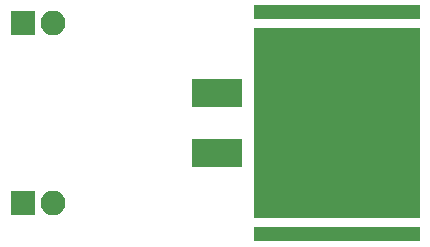
<source format=gbr>
G04 #@! TF.FileFunction,Soldermask,Top*
%FSLAX46Y46*%
G04 Gerber Fmt 4.6, Leading zero omitted, Abs format (unit mm)*
G04 Created by KiCad (PCBNEW 4.0.7-e2-6376~58~ubuntu16.04.1) date Fri Nov 24 11:23:52 2017*
%MOMM*%
%LPD*%
G01*
G04 APERTURE LIST*
%ADD10C,0.100000*%
%ADD11R,2.100000X2.100000*%
%ADD12O,2.100000X2.100000*%
%ADD13R,14.116000X1.162000*%
%ADD14R,4.210000X2.432000*%
%ADD15R,14.116000X16.148000*%
G04 APERTURE END LIST*
D10*
D11*
X121920000Y-96520000D03*
D12*
X124460000Y-96520000D03*
D11*
X121920000Y-111760000D03*
D12*
X124460000Y-111760000D03*
D13*
X148501100Y-95605600D03*
D14*
X138341100Y-102463600D03*
X138341100Y-107543600D03*
D15*
X148501100Y-105003600D03*
D13*
X148501100Y-114401600D03*
M02*

</source>
